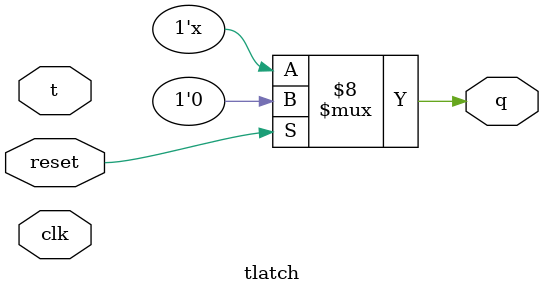
<source format=v>
module tlatch(
    input clk,    // Enable signal
    input reset,
    input t,
    output reg q
);

initial q = 0;

always @(clk or reset) begin
    if (reset)
        q <= 0;
    else if (clk && t)
        q <= ~q;   // Toggle
end

endmodule


</source>
